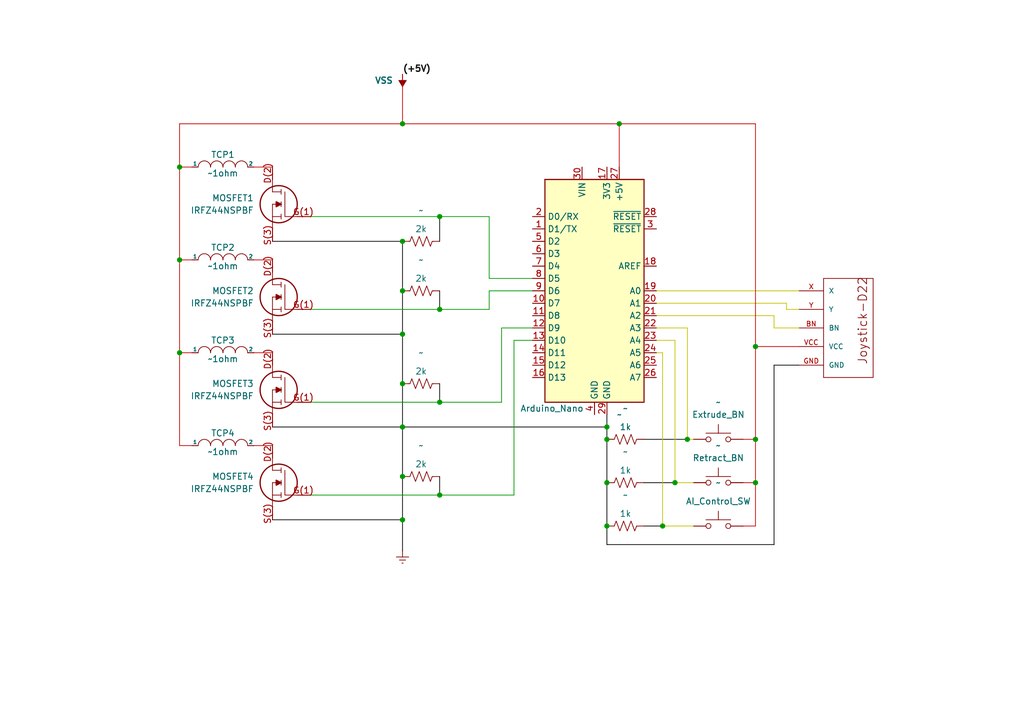
<source format=kicad_sch>
(kicad_sch (version 20211123) (generator eeschema)
  (paper "A5")
  (title_block (title "TCP-Controller Circuit") (date "05/01/2022") (company "The Ohio State University"))
  (lib_symbols
    (symbol "Device:R_US" (pin_numbers hide) (pin_names (offset 0))
      (property "Reference" "R" (at 2.54 0 90))
      (property "Value" "R_US" (at -2.54 0 90))
      (symbol "R_US_0_1"
        (polyline (pts (xy 0 -2.286) (xy 0 -2.54)))
        (polyline (pts (xy 0 2.286) (xy 0 2.54)))
        (polyline (pts (xy 0 -0.762) (xy 1.016 -1.143) (xy 0 -1.524) (xy -1.016 -1.905) (xy 0 -2.286)))
        (polyline (pts (xy 0 0.762) (xy 1.016 0.381) (xy 0 0) (xy -1.016 -0.381) (xy 0 -0.762)))
        (polyline (pts (xy 0 2.286) (xy 1.016 1.905) (xy 0 1.524) (xy -1.016 1.143) (xy 0 0.762)))
      )
      (symbol "R_US_1_1"
        (pin passive line (at 0 3.81 270) (length 1.27) (name "~") (number "1"))
        (pin passive line (at 0 -3.81 90) (length 1.27) (name "~") (number "2"))
      )
    )
    (symbol "IRFZ44NSPBF:IRFZ44NSPBF" (pin_names (offset 0.762))
      (property "Reference" "Q" (at 11.43 3.81 0))
      (property "Value" "IRFZ44NSPBF" (at 11.43 1.27 0))
      (symbol "IRFZ44NSPBF_0_0"
        (pin passive line (at 7.62 10.16 270) (length 2.54) (name "~") (number "D(2)"))
        (pin passive line (at 0 0 0) (length 2.54) (name "~") (number "G(1)"))
        (pin passive line (at 7.62 -5.08 90) (length 2.54) (name "~") (number "S(3)"))
      )
      (symbol "IRFZ44NSPBF_0_1"
        (polyline (pts (xy 5.842 -0.508) (xy 5.842 0.508)) (stroke (width 0.1524)))
        (polyline (pts (xy 5.842 0) (xy 7.62 0)) (stroke (width 0.1524)))
        (polyline (pts (xy 5.842 2.032) (xy 5.842 3.048)) (stroke (width 0.1524)))
        (polyline (pts (xy 5.842 5.588) (xy 5.842 4.572)) (stroke (width 0.1524)))
        (polyline (pts (xy 7.62 2.54) (xy 5.842 2.54)) (stroke (width 0.1524)))
        (polyline (pts (xy 7.62 2.54) (xy 7.62 -2.54)) (stroke (width 0.1524)))
        (polyline (pts (xy 7.62 5.08) (xy 5.842 5.08)) (stroke (width 0.1524)))
        (polyline (pts (xy 7.62 5.08) (xy 7.62 7.62)) (stroke (width 0.1524)))
        (polyline (pts (xy 2.54 0) (xy 5.08 0) (xy 5.08 5.08)) (stroke (width 0.1524)))
        (polyline (pts (xy 5.842 2.54) (xy 6.858 3.048) (xy 6.858 2.032) (xy 5.842 2.54)) (stroke (width 0.254)) (fill (type outline)))
        (circle (center 6.35 2.54) (radius 3.81) (stroke (width 0.254)))
      )
    )
    (symbol "IRFZ44NSPBF_1" (pin_names (offset 0.762))
      (property "Reference" "Q" (at 11.43 3.81 0))
      (property "Value" "IRFZ44NSPBF_1" (at 11.43 1.27 0))
      (symbol "IRFZ44NSPBF_1_0_0"
        (pin passive line (at 7.62 10.16 270) (length 2.54) (name "~") (number "D(2)"))
        (pin passive line (at 0 0 0) (length 2.54) (name "~") (number "G(1)"))
        (pin passive line (at 7.62 -5.08 90) (length 2.54) (name "~") (number "S(3)"))
      )
      (symbol "IRFZ44NSPBF_1_0_1"
        (polyline (pts (xy 5.842 -0.508) (xy 5.842 0.508)) (stroke (width 0.1524)))
        (polyline (pts (xy 5.842 0) (xy 7.62 0)) (stroke (width 0.1524)))
        (polyline (pts (xy 5.842 2.032) (xy 5.842 3.048)) (stroke (width 0.1524)))
        (polyline (pts (xy 5.842 5.588) (xy 5.842 4.572)) (stroke (width 0.1524)))
        (polyline (pts (xy 7.62 2.54) (xy 5.842 2.54)) (stroke (width 0.1524)))
        (polyline (pts (xy 7.62 2.54) (xy 7.62 -2.54)) (stroke (width 0.1524)))
        (polyline (pts (xy 7.62 5.08) (xy 5.842 5.08)) (stroke (width 0.1524)))
        (polyline (pts (xy 7.62 5.08) (xy 7.62 7.62)) (stroke (width 0.1524)))
        (polyline (pts (xy 2.54 0) (xy 5.08 0) (xy 5.08 5.08)) (stroke (width 0.1524)))
        (polyline (pts (xy 5.842 2.54) (xy 6.858 3.048) (xy 6.858 2.032) (xy 5.842 2.54)) (stroke (width 0.254)) (fill (type outline)))
        (circle (center 6.35 2.54) (radius 3.81) (stroke (width 0.254)))
      )
    )
    (symbol "IRFZ44NSPBF_2" (pin_names (offset 0.762))
      (property "Reference" "Q" (at 11.43 3.81 0))
      (property "Value" "IRFZ44NSPBF_2" (at 11.43 1.27 0))
      (symbol "IRFZ44NSPBF_2_0_0"
        (pin passive line (at 7.62 10.16 270) (length 2.54) (name "~") (number "D(2)"))
        (pin passive line (at 0 0 0) (length 2.54) (name "~") (number "G(1)"))
        (pin passive line (at 7.62 -5.08 90) (length 2.54) (name "~") (number "S(3)"))
      )
      (symbol "IRFZ44NSPBF_2_0_1"
        (polyline (pts (xy 5.842 -0.508) (xy 5.842 0.508)) (stroke (width 0.1524)))
        (polyline (pts (xy 5.842 0) (xy 7.62 0)) (stroke (width 0.1524)))
        (polyline (pts (xy 5.842 2.032) (xy 5.842 3.048)) (stroke (width 0.1524)))
        (polyline (pts (xy 5.842 5.588) (xy 5.842 4.572)) (stroke (width 0.1524)))
        (polyline (pts (xy 7.62 2.54) (xy 5.842 2.54)) (stroke (width 0.1524)))
        (polyline (pts (xy 7.62 2.54) (xy 7.62 -2.54)) (stroke (width 0.1524)))
        (polyline (pts (xy 7.62 5.08) (xy 5.842 5.08)) (stroke (width 0.1524)))
        (polyline (pts (xy 7.62 5.08) (xy 7.62 7.62)) (stroke (width 0.1524)))
        (polyline (pts (xy 2.54 0) (xy 5.08 0) (xy 5.08 5.08)) (stroke (width 0.1524)))
        (polyline (pts (xy 5.842 2.54) (xy 6.858 3.048) (xy 6.858 2.032) (xy 5.842 2.54)) (stroke (width 0.254)) (fill (type outline)))
        (circle (center 6.35 2.54) (radius 3.81) (stroke (width 0.254)))
      )
    )
    (symbol "IRFZ44NSPBF_3" (pin_names (offset 0.762))
      (property "Reference" "Q" (at 11.43 3.81 0))
      (property "Value" "IRFZ44NSPBF_3" (at 11.43 1.27 0))
      (symbol "IRFZ44NSPBF_3_0_0"
        (pin passive line (at 7.62 10.16 270) (length 2.54) (name "~") (number "D(2)"))
        (pin passive line (at 0 0 0) (length 2.54) (name "~") (number "G(1)"))
        (pin passive line (at 7.62 -5.08 90) (length 2.54) (name "~") (number "S(3)"))
      )
      (symbol "IRFZ44NSPBF_3_0_1"
        (polyline (pts (xy 5.842 -0.508) (xy 5.842 0.508)) (stroke (width 0.1524)))
        (polyline (pts (xy 5.842 0) (xy 7.62 0)) (stroke (width 0.1524)))
        (polyline (pts (xy 5.842 2.032) (xy 5.842 3.048)) (stroke (width 0.1524)))
        (polyline (pts (xy 5.842 5.588) (xy 5.842 4.572)) (stroke (width 0.1524)))
        (polyline (pts (xy 7.62 2.54) (xy 5.842 2.54)) (stroke (width 0.1524)))
        (polyline (pts (xy 7.62 2.54) (xy 7.62 -2.54)) (stroke (width 0.1524)))
        (polyline (pts (xy 7.62 5.08) (xy 5.842 5.08)) (stroke (width 0.1524)))
        (polyline (pts (xy 7.62 5.08) (xy 7.62 7.62)) (stroke (width 0.1524)))
        (polyline (pts (xy 2.54 0) (xy 5.08 0) (xy 5.08 5.08)) (stroke (width 0.1524)))
        (polyline (pts (xy 5.842 2.54) (xy 6.858 3.048) (xy 6.858 2.032) (xy 5.842 2.54)) (stroke (width 0.254)) (fill (type outline)))
        (circle (center 6.35 2.54) (radius 3.81) (stroke (width 0.254)))
      )
    )
    (symbol "MCU_Module:Arduino_Nano_v3.x"
      (property "Reference" "A" (at -10.16 23.495 0))
      (property "Value" "Arduino_Nano_v3.x" (at 5.08 -24.13 0))
      (symbol "Arduino_Nano_v3.x_0_1"
        (rectangle (start -10.16 22.86) (end 10.16 -22.86) (stroke (width 0.254)) (fill (type background)))
      )
      (symbol "Arduino_Nano_v3.x_1_1"
        (pin bidirectional line (at -12.7 12.7 0) (length 2.54) (name "D1/TX") (number "1"))
        (pin bidirectional line (at -12.7 -2.54 0) (length 2.54) (name "D7") (number "10"))
        (pin bidirectional line (at -12.7 -5.08 0) (length 2.54) (name "D8") (number "11"))
        (pin bidirectional line (at -12.7 -7.62 0) (length 2.54) (name "D9") (number "12"))
        (pin bidirectional line (at -12.7 -10.16 0) (length 2.54) (name "D10") (number "13"))
        (pin bidirectional line (at -12.7 -12.7 0) (length 2.54) (name "D11") (number "14"))
        (pin bidirectional line (at -12.7 -15.24 0) (length 2.54) (name "D12") (number "15"))
        (pin bidirectional line (at -12.7 -17.78 0) (length 2.54) (name "D13") (number "16"))
        (pin power_out line (at 2.54 25.4 270) (length 2.54) (name "3V3") (number "17"))
        (pin input line (at 12.7 5.08 180) (length 2.54) (name "AREF") (number "18"))
        (pin bidirectional line (at 12.7 0 180) (length 2.54) (name "A0") (number "19"))
        (pin bidirectional line (at -12.7 15.24 0) (length 2.54) (name "D0/RX") (number "2"))
        (pin bidirectional line (at 12.7 -2.54 180) (length 2.54) (name "A1") (number "20"))
        (pin bidirectional line (at 12.7 -5.08 180) (length 2.54) (name "A2") (number "21"))
        (pin bidirectional line (at 12.7 -7.62 180) (length 2.54) (name "A3") (number "22"))
        (pin bidirectional line (at 12.7 -10.16 180) (length 2.54) (name "A4") (number "23"))
        (pin bidirectional line (at 12.7 -12.7 180) (length 2.54) (name "A5") (number "24"))
        (pin bidirectional line (at 12.7 -15.24 180) (length 2.54) (name "A6") (number "25"))
        (pin bidirectional line (at 12.7 -17.78 180) (length 2.54) (name "A7") (number "26"))
        (pin power_out line (at 5.08 25.4 270) (length 2.54) (name "+5V") (number "27"))
        (pin input line (at 12.7 15.24 180) (length 2.54) (name "~{RESET}") (number "28"))
        (pin power_in line (at 2.54 -25.4 90) (length 2.54) (name "GND") (number "29"))
        (pin input line (at 12.7 12.7 180) (length 2.54) (name "~{RESET}") (number "3"))
        (pin power_in line (at -2.54 25.4 270) (length 2.54) (name "VIN") (number "30"))
        (pin power_in line (at 0 -25.4 90) (length 2.54) (name "GND") (number "4"))
        (pin bidirectional line (at -12.7 10.16 0) (length 2.54) (name "D2") (number "5"))
        (pin bidirectional line (at -12.7 7.62 0) (length 2.54) (name "D3") (number "6"))
        (pin bidirectional line (at -12.7 5.08 0) (length 2.54) (name "D4") (number "7"))
        (pin bidirectional line (at -12.7 2.54 0) (length 2.54) (name "D5") (number "8"))
        (pin bidirectional line (at -12.7 0 0) (length 2.54) (name "D6") (number "9"))
      )
    )
    (symbol "SparkFun-Electromechanical:JOYSTICK-D22" (pin_names (offset 1.016))
      (symbol "JOYSTICK-D22_1_0"
        (polyline (pts (xy -5.08 -7.62) (xy 5.08 -7.62)))
        (polyline (pts (xy -5.08 12.7) (xy -5.08 -7.62)))
        (polyline (pts (xy 5.08 12.7) (xy -5.08 12.7)))
        (polyline (pts (xy 5.08 12.7) (xy 5.08 -7.62)))
        (text "Joystick-D22" (at 2.921 4.064 900) (effects (font (size 1.778 1.778))))
      )
      (symbol "JOYSTICK-D22_1_1"
        (pin bidirectional line (at -10.16 2.54 0) (length 5.08) (name "BN") (number "BN"))
        (pin bidirectional line (at -10.16 -5.08 0) (length 5.08) (name "GND") (number "GND"))
        (pin bidirectional line (at -10.16 -1.27 0) (length 5.08) (name "VCC") (number "VCC"))
        (pin bidirectional line (at -10.16 10.16 0) (length 5.08) (name "X") (number "X"))
        (pin bidirectional line (at -10.16 6.35 0) (length 5.08) (name "Y") (number "Y"))
      )
    )
    (symbol "Switch:SW_Push" (pin_numbers hide) (pin_names (offset 1.016) hide)
      (property "Reference" "SW" (at 1.27 2.54 0))
      (property "Value" "SW_Push" (at 0 -1.524 0))
      (symbol "SW_Push_0_1"
        (circle (center -2.032 0) (radius 0.508))
        (polyline (pts (xy 0 1.27) (xy 0 3.048)))
        (polyline (pts (xy 2.54 1.27) (xy -2.54 1.27)))
        (circle (center 2.032 0) (radius 0.508))
        (pin passive line (at -5.08 0 0) (length 2.54) (name "1") (number "1"))
        (pin passive line (at 5.08 0 180) (length 2.54) (name "2") (number "2"))
      )
    )
    (symbol "power:Earth" (power) (pin_names (offset 0))
      (symbol "Earth_0_1"
        (polyline (pts (xy -0.635 -1.905) (xy 0.635 -1.905)))
        (polyline (pts (xy -0.127 -2.54) (xy 0.127 -2.54)))
        (polyline (pts (xy 0 -1.27) (xy 0 0)))
        (polyline (pts (xy 1.27 -1.27) (xy -1.27 -1.27)))
      )
      (symbol "Earth_1_1"
        (pin power_in line (at 0 0 270) (length 0) hide (name "Earth") (number "1"))
      )
    )
    (symbol "power:VSS" (power) (pin_names (offset 0))
      (property "Value" "VSS" (at 0 3.81 0))
      (symbol "VSS_0_1"
        (polyline (pts (xy 0 0) (xy 0 2.54)))
        (polyline (pts (xy 0.762 1.27) (xy -0.762 1.27) (xy 0 2.54) (xy 0.762 1.27)) (fill (type outline)))
      )
      (symbol "VSS_1_1"
        (pin power_in line (at 0 0 90) (length 0) hide (name "VSS") (number "1"))
      )
    )
    (symbol "pspice:INDUCTOR" (pin_numbers hide) (pin_names (offset 0))
      (property "Reference" "L" (at 0 2.54 0))
      (property "Value" "INDUCTOR" (at 0 -1.27 0))
      (symbol "INDUCTOR_0_1"
        (arc (start -2.54 0) (mid -3.81 1.27) (end -5.08 0))
        (arc (start 0 0) (mid -1.27 1.27) (end -2.54 0))
        (arc (start 2.54 0) (mid 1.27 1.27) (end 0 0))
        (arc (start 5.08 0) (mid 3.81 1.27) (end 2.54 0))
      )
      (symbol "INDUCTOR_1_1"
        (pin input line (at -6.35 0 0) (length 1.27) (name "1") (number "1"))
        (pin input line (at 6.35 0 180) (length 1.27) (name "2") (number "2"))
      )
    )
  )
  (junction (at 82.55 106.68))
  (junction (at 138.43 99.06))
  (junction (at 90.17 101.6))
  (junction (at 124.46 99.06))
  (junction (at 36.83 34.29))
  (junction (at 140.97 90.17))
  (junction (at 82.55 25.4))
  (junction (at 82.55 49.53))
  (junction (at 135.89 107.95))
  (junction (at 154.94 71.12))
  (junction (at 124.46 87.63))
  (junction (at 90.17 63.5))
  (junction (at 82.55 78.74))
  (junction (at 82.55 68.58))
  (junction (at 124.46 90.17))
  (junction (at 154.94 99.06))
  (junction (at 36.83 72.39))
  (junction (at 82.55 87.63))
  (junction (at 82.55 97.79))
  (junction (at 154.94 90.17))
  (junction (at 90.17 82.55))
  (junction (at 82.55 59.69))
  (junction (at 36.83 53.34))
  (junction (at 127 25.4))
  (junction (at 124.46 107.95))
  (junction (at 90.17 44.45))
  (wire (pts (xy 52.07 72.39) (xy 55.88 72.39)) (stroke (width 0) (color 194 0 0 1)))
  (wire (pts (xy 82.55 97.79) (xy 82.55 87.63)) (stroke (width 0) (color 0 0 0 1)))
  (wire (pts (xy 132.08 107.95) (xy 135.89 107.95)) (stroke (width 0) (color 0 0 0 1)))
  (wire (pts (xy 90.17 63.5) (xy 63.5 63.5)))
  (wire (pts (xy 158.75 74.93) (xy 158.75 111.76)) (stroke (width 0) (color 0 0 0 1)))
  (wire (pts (xy 163.83 67.31) (xy 158.75 67.31)) (stroke (width 0) (color 194 194 0 1)))
  (wire (pts (xy 154.94 107.95) (xy 152.4 107.95)) (stroke (width 0) (color 194 0 0 1)))
  (wire (pts (xy 109.22 59.69) (xy 100.33 59.69)))
  (wire (pts (xy 134.62 59.69) (xy 163.83 59.69)) (stroke (width 0) (color 194 194 0 1)))
  (wire (pts (xy 82.55 87.63) (xy 82.55 78.74)) (stroke (width 0) (color 0 0 0 1)))
  (wire (pts (xy 100.33 59.69) (xy 100.33 63.5)))
  (wire (pts (xy 124.46 85.09) (xy 124.46 87.63)) (stroke (width 0) (color 0 0 0 1)))
  (wire (pts (xy 135.89 107.95) (xy 135.89 72.39)) (stroke (width 0) (color 194 194 0 1)))
  (wire (pts (xy 63.5 44.45) (xy 90.17 44.45)))
  (wire (pts (xy 82.55 78.74) (xy 82.55 68.58)) (stroke (width 0) (color 0 0 0 1)))
  (wire (pts (xy 142.24 90.17) (xy 140.97 90.17)) (stroke (width 0) (color 194 194 0 1)))
  (wire (pts (xy 82.55 49.53) (xy 55.88 49.53)) (stroke (width 0) (color 0 0 0 1)))
  (wire (pts (xy 82.55 25.4) (xy 36.83 25.4)) (stroke (width 0) (color 194 0 0 1)))
  (wire (pts (xy 82.55 59.69) (xy 82.55 68.58)) (stroke (width 0) (color 0 0 0 1)))
  (wire (pts (xy 124.46 87.63) (xy 124.46 90.17)) (stroke (width 0) (color 0 0 0 1)))
  (wire (pts (xy 127 25.4) (xy 154.94 25.4)) (stroke (width 0) (color 194 0 0 1)))
  (wire (pts (xy 100.33 44.45) (xy 100.33 57.15)))
  (wire (pts (xy 132.08 99.06) (xy 138.43 99.06)) (stroke (width 0) (color 0 0 0 1)))
  (wire (pts (xy 90.17 44.45) (xy 90.17 49.53)) (stroke (width 0) (color 0 0 0 1)))
  (wire (pts (xy 102.87 67.31) (xy 102.87 82.55)))
  (wire (pts (xy 132.08 90.17) (xy 140.97 90.17)) (stroke (width 0) (color 0 0 0 1)))
  (wire (pts (xy 90.17 101.6) (xy 63.5 101.6)))
  (wire (pts (xy 36.83 53.34) (xy 36.83 72.39)) (stroke (width 0) (color 194 0 0 1)))
  (wire (pts (xy 124.46 90.17) (xy 124.46 99.06)) (stroke (width 0) (color 0 0 0 1)))
  (wire (pts (xy 52.07 91.44) (xy 55.88 91.44)) (stroke (width 0) (color 194 0 0 1)))
  (wire (pts (xy 52.07 53.34) (xy 55.88 53.34)) (stroke (width 0) (color 194 0 0 1)))
  (wire (pts (xy 152.4 99.06) (xy 154.94 99.06)) (stroke (width 0) (color 194 0 0 1)))
  (wire (pts (xy 90.17 82.55) (xy 63.5 82.55)))
  (wire (pts (xy 158.75 64.77) (xy 134.62 64.77)) (stroke (width 0) (color 194 194 0 1)))
  (wire (pts (xy 154.94 99.06) (xy 154.94 107.95)) (stroke (width 0) (color 194 0 0 1)))
  (wire (pts (xy 154.94 25.4) (xy 154.94 71.12)) (stroke (width 0) (color 194 0 0 1)))
  (wire (pts (xy 90.17 78.74) (xy 90.17 82.55)) (stroke (width 0) (color 0 0 0 1)))
  (wire (pts (xy 90.17 44.45) (xy 100.33 44.45)))
  (wire (pts (xy 55.88 87.63) (xy 82.55 87.63)) (stroke (width 0) (color 0 0 0 1)))
  (wire (pts (xy 158.75 111.76) (xy 124.46 111.76)) (stroke (width 0) (color 0 0 0 1)))
  (wire (pts (xy 142.24 99.06) (xy 138.43 99.06)) (stroke (width 0) (color 194 194 0 1)))
  (wire (pts (xy 105.41 101.6) (xy 90.17 101.6)))
  (wire (pts (xy 158.75 67.31) (xy 158.75 64.77)) (stroke (width 0) (color 194 194 0 1)))
  (wire (pts (xy 36.83 72.39) (xy 36.83 91.44)) (stroke (width 0) (color 194 0 0 1)))
  (wire (pts (xy 90.17 97.79) (xy 90.17 101.6)) (stroke (width 0) (color 0 0 0 1)))
  (wire (pts (xy 124.46 99.06) (xy 124.46 107.95)) (stroke (width 0) (color 0 0 0 1)))
  (wire (pts (xy 127 25.4) (xy 127 34.29)) (stroke (width 0) (color 194 0 0 1)))
  (wire (pts (xy 163.83 74.93) (xy 158.75 74.93)) (stroke (width 0) (color 0 0 0 1)))
  (wire (pts (xy 82.55 87.63) (xy 124.46 87.63)) (stroke (width 0) (color 0 0 0 1)))
  (wire (pts (xy 36.83 53.34) (xy 39.37 53.34)) (stroke (width 0) (color 194 0 0 1)))
  (wire (pts (xy 100.33 57.15) (xy 109.22 57.15)))
  (wire (pts (xy 36.83 91.44) (xy 39.37 91.44)) (stroke (width 0) (color 194 0 0 1)))
  (wire (pts (xy 140.97 90.17) (xy 140.97 67.31)) (stroke (width 0) (color 194 194 0 1)))
  (wire (pts (xy 163.83 63.5) (xy 161.29 63.5)) (stroke (width 0) (color 194 194 0 1)))
  (wire (pts (xy 102.87 82.55) (xy 90.17 82.55)))
  (wire (pts (xy 36.83 25.4) (xy 36.83 34.29)) (stroke (width 0) (color 194 0 0 1)))
  (wire (pts (xy 55.88 106.68) (xy 82.55 106.68)) (stroke (width 0) (color 0 0 0 1)))
  (wire (pts (xy 82.55 25.4) (xy 127 25.4)) (stroke (width 0) (color 194 0 0 1)))
  (wire (pts (xy 135.89 72.39) (xy 134.62 72.39)) (stroke (width 0) (color 194 194 0 1)))
  (wire (pts (xy 161.29 62.23) (xy 134.62 62.23)) (stroke (width 0) (color 194 194 0 1)))
  (wire (pts (xy 152.4 90.17) (xy 154.94 90.17)) (stroke (width 0) (color 194 0 0 1)))
  (wire (pts (xy 138.43 99.06) (xy 138.43 69.85)) (stroke (width 0) (color 194 194 0 1)))
  (wire (pts (xy 36.83 34.29) (xy 39.37 34.29)) (stroke (width 0) (color 194 0 0 1)))
  (wire (pts (xy 100.33 63.5) (xy 90.17 63.5)))
  (wire (pts (xy 36.83 72.39) (xy 39.37 72.39)) (stroke (width 0) (color 194 0 0 1)))
  (wire (pts (xy 138.43 69.85) (xy 134.62 69.85)) (stroke (width 0) (color 194 194 0 1)))
  (wire (pts (xy 36.83 34.29) (xy 36.83 53.34)) (stroke (width 0) (color 194 0 0 1)))
  (wire (pts (xy 161.29 63.5) (xy 161.29 62.23)) (stroke (width 0) (color 194 194 0 1)))
  (wire (pts (xy 52.07 34.29) (xy 55.88 34.29)) (stroke (width 0) (color 194 0 0 1)))
  (wire (pts (xy 142.24 107.95) (xy 135.89 107.95)) (stroke (width 0) (color 194 194 0 1)))
  (wire (pts (xy 154.94 90.17) (xy 154.94 99.06)) (stroke (width 0) (color 194 0 0 1)))
  (wire (pts (xy 109.22 67.31) (xy 102.87 67.31)))
  (wire (pts (xy 82.55 106.68) (xy 82.55 97.79)) (stroke (width 0) (color 0 0 0 1)))
  (wire (pts (xy 109.22 69.85) (xy 105.41 69.85)))
  (wire (pts (xy 90.17 59.69) (xy 90.17 63.5)) (stroke (width 0) (color 0 0 0 1)))
  (wire (pts (xy 82.55 49.53) (xy 82.55 59.69)) (stroke (width 0) (color 0 0 0 1)))
  (wire (pts (xy 124.46 107.95) (xy 124.46 111.76)) (stroke (width 0) (color 0 0 0 1)))
  (wire (pts (xy 105.41 69.85) (xy 105.41 101.6)))
  (wire (pts (xy 82.55 15.24) (xy 82.55 25.4)) (stroke (width 0) (color 194 0 0 1)))
  (wire (pts (xy 55.88 68.58) (xy 82.55 68.58)) (stroke (width 0) (color 0 0 0 1)))
  (wire (pts (xy 82.55 113.03) (xy 82.55 106.68)) (stroke (width 0) (color 0 0 0 1)))
  (wire (pts (xy 154.94 71.12) (xy 163.83 71.12)) (stroke (width 0) (color 194 0 0 1)))
  (wire (pts (xy 140.97 67.31) (xy 134.62 67.31)) (stroke (width 0) (color 194 194 0 1)))
  (wire (pts (xy 154.94 71.12) (xy 154.94 90.17)) (stroke (width 0) (color 194 0 0 1)))
  (label "(+5V)" (at 82.55 15.24 0) (effects (font (thickness 0.254) bold)))
  (symbol (lib_id "Device:R_US") (at 128.27 90.17 270) (unit 1)
    (property "Reference" "~" (at 128.27 83.82 90))
    (property "Value" "1k" (at 128.27 87.63 90))
  )
  (symbol (lib_id "Device:R_US") (at 86.36 49.53 270) (unit 1)
    (property "Reference" "~" (at 86.36 43.18 90))
    (property "Value" "2k" (at 86.36 46.99 90))
  )
  (symbol (lib_id "IRFZ44NSPBF:IRFZ44NSPBF") (at 63.5 82.55 0) (mirror y) (unit 1)
    (property "Reference" "MOSFET3" (at 52.07 78.7399 0) (effects (justify left)))
    (property "Value" "IRFZ44NSPBF" (at 52.07 81.2799 0) (effects (justify left)))
    (property "Footprint" "IRF2804STRLPBF" (effects hide))
    (property "Datasheet" "https://datasheet.datasheetarchive.com/originals/distributors/Datasheets_SAMA/90eaebab78b389a160f4797d52e27400.pdf" (effects hide))
    (property "Description" "Infineon IRFZ44NSPBF N-channel MOSFET Transistor, 49 A, 55 V, 3-Pin D2PAK" (effects hide))
    (property "Height" "4.83" (effects hide))
    (property "Manufacturer_Name" "Infineon" (effects hide))
    (property "Manufacturer_Part_Number" "IRFZ44NSPBF" (effects hide))
    (property "Mouser Part Number" "942-IRFZ44NSPBF" (effects hide))
    (property "Mouser Price/Stock" "https://www.mouser.co.uk/ProductDetail/Infineon-IR/IRFZ44NSPBF?qs=nrWyqPbesnWSFHiezqzlbA%3D%3D" (effects hide))
    (property "Arrow Part Number" "IRFZ44NSPBF" (effects hide))
    (property "Arrow Price/Stock" "https://www.arrow.com/en/products/irfz44nspbf/infineon-technologies-ag" (effects hide))
  )
  (symbol (lib_id "Device:R_US") (at 86.36 78.74 270) (unit 1)
    (property "Reference" "~" (at 86.36 72.39 90))
    (property "Value" "2k" (at 86.36 76.2 90))
  )
  (symbol (lib_id "Device:R_US") (at 86.36 97.79 270) (unit 1)
    (property "Reference" "~" (at 86.36 91.44 90))
    (property "Value" "2k" (at 86.36 95.25 90))
  )
  (symbol (lib_name "IRFZ44NSPBF_3") (lib_id "IRFZ44NSPBF:IRFZ44NSPBF") (at 63.5 63.5 0) (mirror y) (unit 1)
    (property "Reference" "MOSFET2" (at 52.07 59.6899 0) (effects (justify left)))
    (property "Value" "IRFZ44NSPBF" (at 52.07 62.2299 0) (effects (justify left)))
    (property "Footprint" "IRF2804STRLPBF" (effects hide))
    (property "Datasheet" "https://datasheet.datasheetarchive.com/originals/distributors/Datasheets_SAMA/90eaebab78b389a160f4797d52e27400.pdf" (effects hide))
    (property "Description" "Infineon IRFZ44NSPBF N-channel MOSFET Transistor, 49 A, 55 V, 3-Pin D2PAK" (effects hide))
    (property "Height" "4.83" (effects hide))
    (property "Manufacturer_Name" "Infineon" (effects hide))
    (property "Manufacturer_Part_Number" "IRFZ44NSPBF" (effects hide))
    (property "Mouser Part Number" "942-IRFZ44NSPBF" (effects hide))
    (property "Mouser Price/Stock" "https://www.mouser.co.uk/ProductDetail/Infineon-IR/IRFZ44NSPBF?qs=nrWyqPbesnWSFHiezqzlbA%3D%3D" (effects hide))
    (property "Arrow Part Number" "IRFZ44NSPBF" (effects hide))
    (property "Arrow Price/Stock" "https://www.arrow.com/en/products/irfz44nspbf/infineon-technologies-ag" (effects hide))
  )
  (symbol (lib_id "Switch:SW_Push") (at 147.32 90.17 0) (unit 1)
    (property "Reference" "~" (at 147.32 82.55 0))
    (property "Value" "Extrude_BN" (at 147.32 85.09 0))
  )
  (symbol (lib_id "power:VSS") (at 82.55 15.24 0) (mirror x) (unit 1)
    (property "Reference" "#PWR?" (effects hide))
    (property "Value" "VSS" (at 78.74 16.51 0) (effects (font bold)))
  )
  (symbol (lib_name "IRFZ44NSPBF_1") (lib_id "IRFZ44NSPBF:IRFZ44NSPBF") (at 63.5 44.45 0) (mirror y) (unit 1)
    (property "Reference" "MOSFET1" (at 52.07 40.6399 0) (effects (justify left)))
    (property "Value" "IRFZ44NSPBF" (at 52.07 43.1799 0) (effects (justify left)))
    (property "Footprint" "IRF2804STRLPBF" (effects hide))
    (property "Datasheet" "https://datasheet.datasheetarchive.com/originals/distributors/Datasheets_SAMA/90eaebab78b389a160f4797d52e27400.pdf" (effects hide))
    (property "Description" "Infineon IRFZ44NSPBF N-channel MOSFET Transistor, 49 A, 55 V, 3-Pin D2PAK" (effects hide))
    (property "Height" "4.83" (effects hide))
    (property "Manufacturer_Name" "Infineon" (effects hide))
    (property "Manufacturer_Part_Number" "IRFZ44NSPBF" (effects hide))
    (property "Mouser Part Number" "942-IRFZ44NSPBF" (effects hide))
    (property "Mouser Price/Stock" "https://www.mouser.co.uk/ProductDetail/Infineon-IR/IRFZ44NSPBF?qs=nrWyqPbesnWSFHiezqzlbA%3D%3D" (effects hide))
    (property "Arrow Part Number" "IRFZ44NSPBF" (effects hide))
    (property "Arrow Price/Stock" "https://www.arrow.com/en/products/irfz44nspbf/infineon-technologies-ag" (effects hide))
  )
  (symbol (lib_id "Device:R_US") (at 86.36 59.69 270) (unit 1)
    (property "Reference" "~" (at 86.36 53.34 90))
    (property "Value" "2k" (at 86.36 57.15 90))
  )
  (symbol (lib_id "Switch:SW_Push") (at 147.32 107.95 0) (unit 1)
    (property "Reference" "~" (at 147.32 99.06 0))
    (property "Value" "AI_Control_SW" (at 147.32 102.87 0))
  )
  (symbol (lib_id "power:Earth") (at 82.55 113.03 0) (unit 1)
    (property "Reference" "#PWR?" (effects hide))
    (property "Value" "Earth" (effects hide))
  )
  (symbol (lib_id "Switch:SW_Push") (at 147.32 99.06 0) (unit 1)
    (property "Reference" "~" (at 147.32 91.44 0))
    (property "Value" "Retract_BN" (at 147.32 93.98 0))
  )
  (symbol (lib_id "pspice:INDUCTOR") (at 45.72 34.29 0) (unit 1)
    (property "Reference" "TCP1" (at 45.72 31.75 0))
    (property "Value" "~1ohm" (at 45.72 35.56 0))
  )
  (symbol (lib_id "MCU_Module:Arduino_Nano_v3.x") (at 121.92 59.69 0) (unit 1)
    (property "Reference" "~" (at 126.4794 85.09 0) (effects (justify left)))
    (property "Value" "Arduino_Nano" (at 106.68 83.82 0) (effects (justify left)))
    (property "Footprint" "Module:Arduino_Nano" (effects hide))
    (property "Datasheet" "http://www.mouser.com/pdfdocs/Gravitech_Arduino_Nano3_0.pdf" (effects hide))
  )
  (symbol (lib_id "Device:R_US") (at 128.27 107.95 270) (unit 1)
    (property "Reference" "~" (at 128.27 101.6 90))
    (property "Value" "1k" (at 128.27 105.41 90))
  )
  (symbol (lib_id "SparkFun-Electromechanical:JOYSTICK-D22") (at 173.99 69.85 0) (unit 1)
    (property "Reference" "M?" (effects hide))
    (property "Value" "JOYSTICK-D22" (effects hide))
    (property "Footprint" "JOYSTICK-PSP1000" (effects hide))
  )
  (symbol (lib_name "IRFZ44NSPBF_2") (lib_id "IRFZ44NSPBF:IRFZ44NSPBF") (at 63.5 101.6 0) (mirror y) (unit 1)
    (property "Reference" "MOSFET4" (at 52.07 97.7899 0) (effects (justify left)))
    (property "Value" "IRFZ44NSPBF" (at 52.07 100.3299 0) (effects (justify left)))
    (property "Footprint" "IRF2804STRLPBF" (effects hide))
    (property "Datasheet" "https://datasheet.datasheetarchive.com/originals/distributors/Datasheets_SAMA/90eaebab78b389a160f4797d52e27400.pdf" (effects hide))
    (property "Description" "Infineon IRFZ44NSPBF N-channel MOSFET Transistor, 49 A, 55 V, 3-Pin D2PAK" (effects hide))
    (property "Height" "4.83" (effects hide))
    (property "Manufacturer_Name" "Infineon" (effects hide))
    (property "Manufacturer_Part_Number" "IRFZ44NSPBF" (effects hide))
    (property "Mouser Part Number" "942-IRFZ44NSPBF" (effects hide))
    (property "Mouser Price/Stock" "https://www.mouser.co.uk/ProductDetail/Infineon-IR/IRFZ44NSPBF?qs=nrWyqPbesnWSFHiezqzlbA%3D%3D" (effects hide))
    (property "Arrow Part Number" "IRFZ44NSPBF" (effects hide))
    (property "Arrow Price/Stock" "https://www.arrow.com/en/products/irfz44nspbf/infineon-technologies-ag" (effects hide))
  )
  (symbol (lib_id "Device:R_US") (at 128.27 99.06 270) (unit 1)
    (property "Reference" "~" (at 128.27 92.71 90))
    (property "Value" "1k" (at 128.27 96.52 90))
  )
  (symbol (lib_id "pspice:INDUCTOR") (at 45.72 72.39 0) (unit 1)
    (property "Reference" "TCP3" (at 45.72 69.85 0))
    (property "Value" "~1ohm" (at 45.72 73.66 0))
  )
  (symbol (lib_id "pspice:INDUCTOR") (at 45.72 53.34 0) (unit 1)
    (property "Reference" "TCP2" (at 45.72 50.8 0))
    (property "Value" "~1ohm" (at 45.72 54.61 0))
  )
  (symbol (lib_id "pspice:INDUCTOR") (at 45.72 91.44 0) (unit 1)
    (property "Reference" "TCP4" (at 45.72 88.9 0))
    (property "Value" "~1ohm" (at 45.72 92.71 0))
  )
)
</source>
